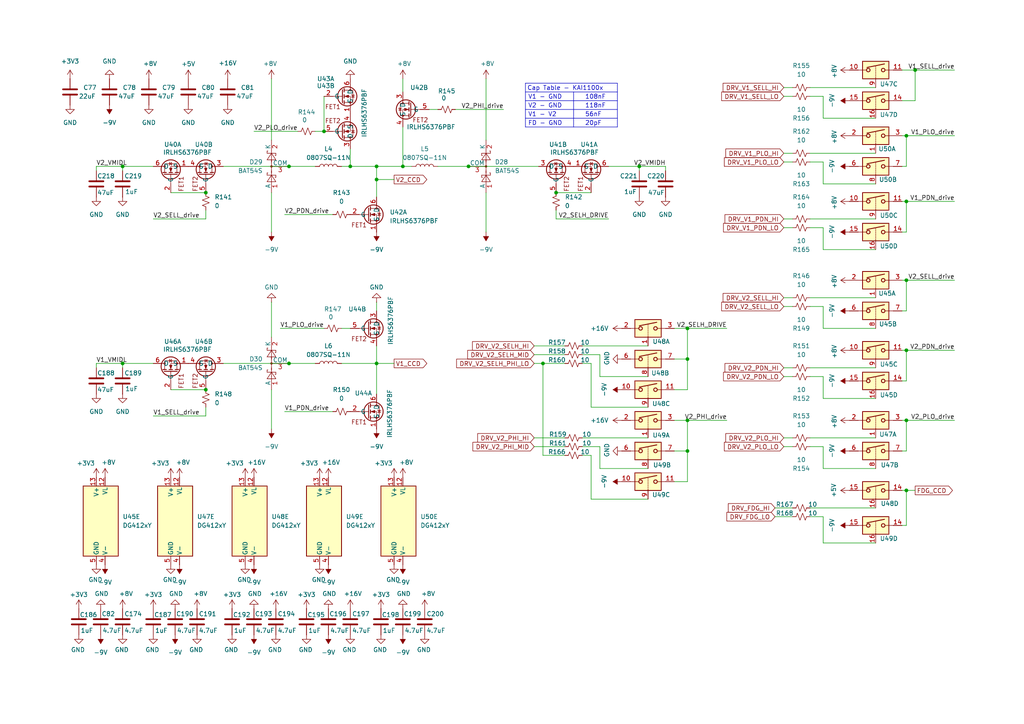
<source format=kicad_sch>
(kicad_sch (version 20231120) (generator "eeschema") (generator_version "8.0")
  (paper "A4")
  (title_block (title "Sitina 1 Sensor Board - V Adiabatic Drivers") (date "2024-03-25") (rev "R0.11") (company "Copyright 2024 Anhang Li, Wenting Zhang") (comment 2 "MERCHANTABILITY, SATISFACTORY QUALITY AND FITNESS FOR A PARTICULAR PURPOSE.") (comment 3 "This source is distributed WITHOUT ANY EXPRESS OR IMPLIED WARRANTY, INCLUDING OF") (comment 4 "This source describes Open Hardware and is licensed under the CERN-OHL-P v2."))
  (junction (at 262.89 81.28))
  (junction (at 157.48 105.41))
  (junction (at 101.6 48.26))
  (junction (at 262.89 39.37))
  (junction (at 35.56 48.26))
  (junction (at 199.39 130.81))
  (junction (at 93.98 38.1))
  (junction (at 109.22 52.07))
  (junction (at 265.43 20.32))
  (junction (at 116.84 48.26))
  (junction (at 262.89 58.42))
  (junction (at 109.22 105.41))
  (junction (at 161.29 55.88))
  (junction (at 262.89 121.92))
  (junction (at 83.82 48.26))
  (junction (at 135.89 48.26))
  (junction (at 35.56 105.41))
  (junction (at 109.22 48.26))
  (junction (at 59.69 113.03))
  (junction (at 199.39 104.14))
  (junction (at 199.39 95.25))
  (junction (at 83.82 105.41))
  (junction (at 59.69 55.88))
  (junction (at 262.89 142.24))
  (junction (at 199.39 121.92))
  (junction (at 185.42 48.26))
  (junction (at 262.89 101.6))
  (wire (pts (xy 109.22 52.07) (xy 109.22 57.15)))
  (wire (pts (xy 227.33 46.99) (xy 229.87 46.99)))
  (wire (pts (xy 78.74 22.86) (xy 78.74 40.64)))
  (wire (pts (xy 262.89 58.42) (xy 276.86 58.42)))
  (wire (pts (xy 262.89 81.28) (xy 262.89 90.17)))
  (wire (pts (xy 35.56 48.26) (xy 35.56 49.53)))
  (wire (pts (xy 227.33 106.68) (xy 229.87 106.68)))
  (wire (pts (xy 234.95 86.36) (xy 254 86.36)))
  (wire (pts (xy 227.33 86.36) (xy 229.87 86.36)))
  (wire (pts (xy 199.39 121.92) (xy 210.82 121.92)))
  (wire (pts (xy 185.42 48.26) (xy 185.42 49.53)))
  (wire (pts (xy 168.91 100.33) (xy 187.96 100.33)))
  (wire (pts (xy 44.45 63.5) (xy 59.69 63.5)))
  (polyline (pts (xy 152.4 29.21) (xy 179.07 29.21)))
  (wire (pts (xy 234.95 63.5) (xy 254 63.5)))
  (wire (pts (xy 261.62 39.37) (xy 262.89 39.37)))
  (wire (pts (xy 59.69 63.5) (xy 59.69 60.96)))
  (wire (pts (xy 99.06 105.41) (xy 109.22 105.41)))
  (wire (pts (xy 173.99 109.22) (xy 187.96 109.22)))
  (wire (pts (xy 238.76 66.04) (xy 238.76 72.39)))
  (polyline (pts (xy 179.07 24.13) (xy 179.07 36.83)))
  (wire (pts (xy 83.82 105.41) (xy 91.44 105.41)))
  (wire (pts (xy 261.62 121.92) (xy 262.89 121.92)))
  (wire (pts (xy 238.76 27.94) (xy 238.76 34.29)))
  (wire (pts (xy 227.33 44.45) (xy 229.87 44.45)))
  (wire (pts (xy 261.62 101.6) (xy 262.89 101.6)))
  (wire (pts (xy 173.99 135.89) (xy 187.96 135.89)))
  (wire (pts (xy 238.76 46.99) (xy 238.76 53.34)))
  (wire (pts (xy 168.91 132.08) (xy 171.45 132.08)))
  (wire (pts (xy 168.91 127) (xy 187.96 127)))
  (wire (pts (xy 262.89 81.28) (xy 276.86 81.28)))
  (wire (pts (xy 116.84 48.26) (xy 119.38 48.26)))
  (wire (pts (xy 224.79 147.32) (xy 229.87 147.32)))
  (wire (pts (xy 101.6 43.18) (xy 101.6 48.26)))
  (wire (pts (xy 99.06 48.26) (xy 101.6 48.26)))
  (wire (pts (xy 227.33 25.4) (xy 229.87 25.4)))
  (wire (pts (xy 187.96 144.78) (xy 171.45 144.78)))
  (wire (pts (xy 262.89 39.37) (xy 262.89 48.26)))
  (wire (pts (xy 27.94 48.26) (xy 35.56 48.26)))
  (wire (pts (xy 262.89 152.4) (xy 261.62 152.4)))
  (wire (pts (xy 154.94 102.87) (xy 163.83 102.87)))
  (wire (pts (xy 49.53 113.03) (xy 59.69 113.03)))
  (wire (pts (xy 140.97 55.88) (xy 140.97 67.31)))
  (wire (pts (xy 127 48.26) (xy 135.89 48.26)))
  (wire (pts (xy 171.45 118.11) (xy 187.96 118.11)))
  (wire (pts (xy 154.94 129.54) (xy 163.83 129.54)))
  (wire (pts (xy 195.58 121.92) (xy 199.39 121.92)))
  (wire (pts (xy 238.76 53.34) (xy 254 53.34)))
  (wire (pts (xy 234.95 44.45) (xy 254 44.45)))
  (wire (pts (xy 99.06 95.25) (xy 101.6 95.25)))
  (wire (pts (xy 199.39 139.7) (xy 199.39 130.81)))
  (wire (pts (xy 262.89 90.17) (xy 261.62 90.17)))
  (polyline (pts (xy 152.4 26.67) (xy 179.07 26.67)))
  (wire (pts (xy 109.22 48.26) (xy 116.84 48.26)))
  (wire (pts (xy 171.45 55.88) (xy 161.29 55.88)))
  (wire (pts (xy 135.89 48.26) (xy 156.21 48.26)))
  (wire (pts (xy 199.39 104.14) (xy 195.58 104.14)))
  (wire (pts (xy 109.22 100.33) (xy 109.22 105.41)))
  (wire (pts (xy 157.48 105.41) (xy 163.83 105.41)))
  (wire (pts (xy 49.53 55.88) (xy 59.69 55.88)))
  (wire (pts (xy 78.74 113.03) (xy 78.74 124.46)))
  (wire (pts (xy 116.84 36.83) (xy 116.84 48.26)))
  (wire (pts (xy 262.89 130.81) (xy 261.62 130.81)))
  (wire (pts (xy 238.76 88.9) (xy 238.76 95.25)))
  (wire (pts (xy 109.22 105.41) (xy 114.3 105.41)))
  (polyline (pts (xy 179.07 36.83) (xy 152.4 36.83)))
  (polyline (pts (xy 166.37 26.67) (xy 166.37 36.83)))
  (wire (pts (xy 83.82 48.26) (xy 91.44 48.26)))
  (wire (pts (xy 27.94 106.68) (xy 27.94 105.41)))
  (wire (pts (xy 227.33 63.5) (xy 229.87 63.5)))
  (wire (pts (xy 168.91 129.54) (xy 173.99 129.54)))
  (wire (pts (xy 234.95 129.54) (xy 238.76 129.54)))
  (wire (pts (xy 199.39 130.81) (xy 195.58 130.81)))
  (wire (pts (xy 124.46 31.75) (xy 127 31.75)))
  (wire (pts (xy 35.56 105.41) (xy 44.45 105.41)))
  (polyline (pts (xy 152.4 24.13) (xy 179.07 24.13)))
  (wire (pts (xy 227.33 129.54) (xy 229.87 129.54)))
  (wire (pts (xy 91.44 38.1) (xy 93.98 38.1)))
  (wire (pts (xy 262.89 142.24) (xy 262.89 152.4)))
  (wire (pts (xy 168.91 102.87) (xy 173.99 102.87)))
  (wire (pts (xy 261.62 58.42) (xy 262.89 58.42)))
  (wire (pts (xy 261.62 142.24) (xy 262.89 142.24)))
  (wire (pts (xy 195.58 139.7) (xy 199.39 139.7)))
  (wire (pts (xy 193.04 49.53) (xy 193.04 48.26)))
  (wire (pts (xy 154.94 100.33) (xy 163.83 100.33)))
  (wire (pts (xy 64.77 48.26) (xy 83.82 48.26)))
  (wire (pts (xy 199.39 104.14) (xy 199.39 113.03)))
  (wire (pts (xy 82.55 119.38) (xy 96.52 119.38)))
  (wire (pts (xy 116.84 22.86) (xy 116.84 26.67)))
  (wire (pts (xy 238.76 95.25) (xy 254 95.25)))
  (wire (pts (xy 199.39 95.25) (xy 199.39 104.14)))
  (wire (pts (xy 234.95 46.99) (xy 238.76 46.99)))
  (wire (pts (xy 82.55 62.23) (xy 96.52 62.23)))
  (wire (pts (xy 195.58 113.03) (xy 199.39 113.03)))
  (wire (pts (xy 265.43 20.32) (xy 276.86 20.32)))
  (wire (pts (xy 262.89 67.31) (xy 261.62 67.31)))
  (wire (pts (xy 101.6 48.26) (xy 109.22 48.26)))
  (polyline (pts (xy 152.4 31.75) (xy 179.07 31.75)))
  (wire (pts (xy 227.33 66.04) (xy 229.87 66.04)))
  (wire (pts (xy 171.45 132.08) (xy 171.45 144.78)))
  (wire (pts (xy 154.94 127) (xy 163.83 127)))
  (wire (pts (xy 173.99 102.87) (xy 173.99 109.22)))
  (wire (pts (xy 262.89 101.6) (xy 262.89 110.49)))
  (wire (pts (xy 86.36 38.1) (xy 73.66 38.1)))
  (wire (pts (xy 132.08 31.75) (xy 146.05 31.75)))
  (wire (pts (xy 163.83 132.08) (xy 157.48 132.08)))
  (wire (pts (xy 262.89 101.6) (xy 276.86 101.6)))
  (wire (pts (xy 27.94 49.53) (xy 27.94 48.26)))
  (wire (pts (xy 238.76 34.29) (xy 254 34.29)))
  (wire (pts (xy 234.95 149.86) (xy 238.76 149.86)))
  (wire (pts (xy 262.89 58.42) (xy 262.89 67.31)))
  (wire (pts (xy 44.45 120.65) (xy 59.69 120.65)))
  (wire (pts (xy 234.95 109.22) (xy 238.76 109.22)))
  (wire (pts (xy 27.94 105.41) (xy 35.56 105.41)))
  (polyline (pts (xy 152.4 34.29) (xy 179.07 34.29)))
  (wire (pts (xy 140.97 22.86) (xy 140.97 40.64)))
  (wire (pts (xy 238.76 157.48) (xy 254 157.48)))
  (wire (pts (xy 238.76 115.57) (xy 254 115.57)))
  (wire (pts (xy 185.42 48.26) (xy 176.53 48.26)))
  (wire (pts (xy 262.89 121.92) (xy 276.86 121.92)))
  (wire (pts (xy 157.48 105.41) (xy 157.48 132.08)))
  (wire (pts (xy 227.33 88.9) (xy 229.87 88.9)))
  (wire (pts (xy 234.95 147.32) (xy 254 147.32)))
  (wire (pts (xy 265.43 29.21) (xy 261.62 29.21)))
  (wire (pts (xy 199.39 121.92) (xy 199.39 130.81)))
  (wire (pts (xy 59.69 120.65) (xy 59.69 118.11)))
  (wire (pts (xy 161.29 63.5) (xy 161.29 60.96)))
  (wire (pts (xy 173.99 129.54) (xy 173.99 135.89)))
  (wire (pts (xy 93.98 27.94) (xy 93.98 38.1)))
  (wire (pts (xy 109.22 87.63) (xy 109.22 90.17)))
  (wire (pts (xy 227.33 27.94) (xy 229.87 27.94)))
  (polyline (pts (xy 152.4 24.13) (xy 152.4 36.83)))
  (wire (pts (xy 227.33 109.22) (xy 229.87 109.22)))
  (wire (pts (xy 234.95 127) (xy 254 127)))
  (wire (pts (xy 176.53 63.5) (xy 161.29 63.5)))
  (wire (pts (xy 195.58 95.25) (xy 199.39 95.25)))
  (wire (pts (xy 227.33 127) (xy 229.87 127)))
  (wire (pts (xy 262.89 48.26) (xy 261.62 48.26)))
  (wire (pts (xy 64.77 105.41) (xy 83.82 105.41)))
  (wire (pts (xy 238.76 129.54) (xy 238.76 135.89)))
  (wire (pts (xy 199.39 95.25) (xy 210.82 95.25)))
  (wire (pts (xy 193.04 48.26) (xy 185.42 48.26)))
  (wire (pts (xy 109.22 48.26) (xy 109.22 52.07)))
  (wire (pts (xy 262.89 110.49) (xy 261.62 110.49)))
  (wire (pts (xy 261.62 81.28) (xy 262.89 81.28)))
  (wire (pts (xy 154.94 105.41) (xy 157.48 105.41)))
  (wire (pts (xy 234.95 25.4) (xy 254 25.4)))
  (wire (pts (xy 168.91 105.41) (xy 171.45 105.41)))
  (wire (pts (xy 109.22 105.41) (xy 109.22 114.3)))
  (wire (pts (xy 171.45 105.41) (xy 171.45 118.11)))
  (wire (pts (xy 262.89 121.92) (xy 262.89 130.81)))
  (wire (pts (xy 238.76 135.89) (xy 254 135.89)))
  (wire (pts (xy 109.22 52.07) (xy 114.3 52.07)))
  (wire (pts (xy 224.79 149.86) (xy 229.87 149.86)))
  (wire (pts (xy 234.95 88.9) (xy 238.76 88.9)))
  (wire (pts (xy 262.89 39.37) (xy 276.86 39.37)))
  (wire (pts (xy 35.56 48.26) (xy 44.45 48.26)))
  (wire (pts (xy 78.74 87.63) (xy 78.74 97.79)))
  (wire (pts (xy 78.74 55.88) (xy 78.74 67.31)))
  (wire (pts (xy 262.89 142.24) (xy 265.43 142.24)))
  (wire (pts (xy 234.95 27.94) (xy 238.76 27.94)))
  (wire (pts (xy 238.76 72.39) (xy 254 72.39)))
  (wire (pts (xy 234.95 66.04) (xy 238.76 66.04)))
  (wire (pts (xy 238.76 109.22) (xy 238.76 115.57)))
  (wire (pts (xy 93.98 95.25) (xy 81.28 95.25)))
  (wire (pts (xy 234.95 106.68) (xy 254 106.68)))
  (wire (pts (xy 35.56 105.41) (xy 35.56 106.68)))
  (wire (pts (xy 265.43 20.32) (xy 265.43 29.21)))
  (wire (pts (xy 261.62 20.32) (xy 265.43 20.32)))
  (wire (pts (xy 238.76 149.86) (xy 238.76 157.48)))
  (text "118nF" (at 169.672 31.496 0) (effects (font (size 1.27 1.27)) (justify left bottom)))
  (text "V1 - V2" (at 153.162 34.036 0) (effects (font (size 1.27 1.27)) (justify left bottom)))
  (text "Cap Table - KAI1100x" (at 152.908 26.416 0) (effects (font (size 1.27 1.27)) (justify left bottom)))
  (text "108nF" (at 169.672 28.956 0) (effects (font (size 1.27 1.27)) (justify left bottom)))
  (text "FD - GND" (at 153.162 36.576 0) (effects (font (size 1.27 1.27)) (justify left bottom)))
  (text "56nF" (at 169.672 34.036 0) (effects (font (size 1.27 1.27)) (justify left bottom)))
  (text "V2 - GND" (at 153.162 31.496 0) (effects (font (size 1.27 1.27)) (justify left bottom)))
  (text "20pF" (at 169.672 36.576 0) (effects (font (size 1.27 1.27)) (justify left bottom)))
  (text "V1 - GND" (at 153.162 28.956 0) (effects (font (size 1.27 1.27)) (justify left bottom)))
  (label "V1_SELL_drive" (at 276.86 20.32 180))
  (label "V1_PLO_drive" (at 81.28 95.25 0))
  (label "V1_PDN_drive" (at 276.86 58.42 180))
  (label "V1_SELL_drive" (at 44.45 120.65 0))
  (label "V2_SELH_DRIVE" (at 210.82 95.25 180))
  (label "V2_SELH_DRIVE" (at 176.53 63.5 180))
  (label "V1_VMIDL" (at 27.94 105.41 0))
  (label "V2_SELL_drive" (at 276.86 81.28 180))
  (label "V2_PDN_drive" (at 276.86 101.6 180))
  (label "V2_PHI_drive" (at 146.05 31.75 180))
  (label "V2_PHI_drive" (at 210.82 121.92 180))
  (label "V2_VMIDL" (at 27.94 48.26 0))
  (label "V2_PLO_drive" (at 276.86 121.92 180))
  (label "V2_SELL_drive" (at 44.45 63.5 0))
  (label "V1_PDN_drive" (at 82.55 119.38 0))
  (label "V2_PDN_drive" (at 82.55 62.23 0))
  (label "V2_VMIDH" (at 193.04 48.26 180))
  (label "V2_PLO_drive" (at 73.66 38.1 0))
  (label "V1_PLO_drive" (at 276.86 39.37 180))
  (global_label "DRV_V2_PHI_MID" (shape input) (at 154.94 129.54 180) (property "Intersheetrefs" "${INTERSHEET_REFS}" (effects (hide yes))))
  (global_label "DRV_V2_SELL_LO" (shape input) (at 227.33 88.9 180) (property "Intersheetrefs" "${INTERSHEET_REFS}" (effects (hide yes))))
  (global_label "DRV_V1_PLO_LO" (shape input) (at 227.33 46.99 180) (property "Intersheetrefs" "${INTERSHEET_REFS}" (effects (hide yes))))
  (global_label "DRV_V2_SELH_MID" (shape input) (at 154.94 102.87 180) (property "Intersheetrefs" "${INTERSHEET_REFS}" (effects (hide yes))))
  (global_label "DRV_V2_PDN_LO" (shape input) (at 227.33 109.22 180) (property "Intersheetrefs" "${INTERSHEET_REFS}" (effects (hide yes))))
  (global_label "DRV_FDG_HI" (shape input) (at 224.79 147.32 180) (property "Intersheetrefs" "${INTERSHEET_REFS}" (effects (hide yes))))
  (global_label "DRV_V2_PLO_LO" (shape input) (at 227.33 129.54 180) (property "Intersheetrefs" "${INTERSHEET_REFS}" (effects (hide yes))))
  (global_label "DRV_V2_SELL_HI" (shape input) (at 227.33 86.36 180) (property "Intersheetrefs" "${INTERSHEET_REFS}" (effects (hide yes))))
  (global_label "DRV_FDG_LO" (shape input) (at 224.79 149.86 180) (property "Intersheetrefs" "${INTERSHEET_REFS}" (effects (hide yes))))
  (global_label "DRV_V2_PHI_HI" (shape input) (at 154.94 127 180) (property "Intersheetrefs" "${INTERSHEET_REFS}" (effects (hide yes))))
  (global_label "DRV_V2_SELH_PHI_LO" (shape input) (at 154.94 105.41 180) (property "Intersheetrefs" "${INTERSHEET_REFS}" (effects (hide yes))))
  (global_label "DRV_V2_PDN_HI" (shape input) (at 227.33 106.68 180) (property "Intersheetrefs" "${INTERSHEET_REFS}" (effects (hide yes))))
  (global_label "DRV_V1_PDN_LO" (shape input) (at 227.33 66.04 180) (property "Intersheetrefs" "${INTERSHEET_REFS}" (effects (hide yes))))
  (global_label "V2_CCD" (shape output) (at 114.3 52.07 0) (property "Intersheetrefs" "${INTERSHEET_REFS}" (effects (hide yes))))
  (global_label "DRV_V1_PLO_HI" (shape input) (at 227.33 44.45 180) (property "Intersheetrefs" "${INTERSHEET_REFS}" (effects (hide yes))))
  (global_label "DRV_V2_PLO_HI" (shape input) (at 227.33 127 180) (property "Intersheetrefs" "${INTERSHEET_REFS}" (effects (hide yes))))
  (global_label "V1_CCD" (shape output) (at 114.3 105.41 0) (property "Intersheetrefs" "${INTERSHEET_REFS}" (effects (hide yes))))
  (global_label "DRV_V1_SELL_HI" (shape input) (at 227.33 25.4 180) (property "Intersheetrefs" "${INTERSHEET_REFS}" (effects (hide yes))))
  (global_label "DRV_V1_PDN_HI" (shape input) (at 227.33 63.5 180) (property "Intersheetrefs" "${INTERSHEET_REFS}" (effects (hide yes))))
  (global_label "FDG_CCD" (shape output) (at 265.43 142.24 0) (property "Intersheetrefs" "${INTERSHEET_REFS}" (effects (hide yes))))
  (global_label "DRV_V1_SELL_LO" (shape input) (at 227.33 27.94 180) (property "Intersheetrefs" "${INTERSHEET_REFS}" (effects (hide yes))))
  (global_label "DRV_V2_SELH_HI" (shape input) (at 154.94 100.33 180) (property "Intersheetrefs" "${INTERSHEET_REFS}" (effects (hide yes))))
  (symbol (lib_id "Analog_Switch:DG412xY") (at 254 142.24 0) (unit 4)
    (property "Reference" "U48" (at 258.064 146.05 0))
    (property "Value" "DG412xY" (effects (hide yes)))
    (property "Footprint" "Package_SO:SOIC-16_3.9x9.9mm_P1.27mm" (effects (hide yes)))
    (property "Datasheet" "https://datasheets.maximintegrated.com/en/ds/DG411-DG413.pdf" (effects (hide yes)))
    (property "Description" "Quad SPST Monolithic CMOS Analog Switches, normally OFF, 17Ohm Ron, SOIC-16" (effects (hide yes)))
  )
  (symbol (lib_name "GND_1") (lib_id "power:GND") (at 27.94 57.15 0) (unit 1)
    (property "Reference" "#PWR0333" (effects (hide yes)))
    (property "Value" "GND" (at 27.94 62.23 0))
    (property "Description" "Power symbol creates a global label with name \"GND\" , ground" (effects (hide yes)))
  )
  (symbol (lib_id "Device:C") (at 35.56 180.34 180) (unit 1)
    (property "Reference" "C174" (at 36.068 178.054 0) (effects (justify right)))
    (property "Value" "4.7uF" (at 36.068 182.88 0) (effects (justify right)))
    (property "Footprint" "Capacitor_SMD:C_0603_1608Metric" (effects (hide yes)))
  )
  (symbol (lib_id "Device:R_Small_US") (at 232.41 147.32 90) (unit 1)
    (property "Reference" "R167" (at 227.584 146.304 90))
    (property "Value" "10" (at 235.712 146.304 90))
    (property "Footprint" "Resistor_SMD:R_0402_1005Metric" (effects (hide yes)))
    (property "Description" "Resistor, small US symbol" (effects (hide yes)))
  )
  (symbol (lib_id "power:GND") (at 22.86 184.15 0) (mirror y) (unit 1)
    (property "Reference" "#PWR0296" (effects (hide yes)))
    (property "Value" "GND" (at 22.606 188.468 0))
  )
  (symbol (lib_id "Device:C") (at 20.32 26.67 180) (unit 1)
    (property "Reference" "C77" (at 24.13 25.4 0) (effects (justify right)))
    (property "Value" "22uF" (at 22.86 27.94 0) (effects (justify right)))
    (property "Footprint" "Capacitor_SMD:C_0805_2012Metric" (effects (hide yes)))
  )
  (symbol (lib_id "power:+3V3") (at 67.31 176.53 0) (unit 1)
    (property "Reference" "#PWR0322" (effects (hide yes)))
    (property "Value" "+3V3" (at 67.31 172.466 0))
    (property "Description" "Power symbol creates a global label with name \"+3V3\"" (effects (hide yes)))
  )
  (symbol (lib_id "power:+8V") (at 246.38 81.28 90) (mirror x) (unit 1)
    (property "Reference" "#PWR0312" (effects (hide yes)))
    (property "Value" "+8V" (at 241.9858 81.661 0))
  )
  (symbol (lib_id "Device:C") (at 123.19 180.34 180) (unit 1)
    (property "Reference" "C200" (at 123.698 178.054 0) (effects (justify right)))
    (property "Value" "4.7uF" (at 123.698 182.88 0) (effects (justify right)))
    (property "Footprint" "Capacitor_SMD:C_0603_1608Metric" (effects (hide yes)))
  )
  (symbol (lib_id "Device:C") (at 67.31 180.34 180) (unit 1)
    (property "Reference" "C192" (at 67.564 178.308 0) (effects (justify right)))
    (property "Value" "1uF" (at 67.818 182.88 0) (effects (justify right)))
    (property "Footprint" "Capacitor_SMD:C_0402_1005Metric" (effects (hide yes)))
  )
  (symbol (lib_id "Analog_Switch:DG412xY") (at 187.96 130.81 0) (unit 2)
    (property "Reference" "U49" (at 192.024 134.874 0))
    (property "Value" "DG412xY" (effects (hide yes)))
    (property "Footprint" "Package_SO:SOIC-16_3.9x9.9mm_P1.27mm" (effects (hide yes)))
    (property "Datasheet" "https://datasheets.maximintegrated.com/en/ds/DG411-DG413.pdf" (effects (hide yes)))
    (property "Description" "Quad SPST Monolithic CMOS Analog Switches, normally OFF, 17Ohm Ron, SOIC-16" (effects (hide yes)))
  )
  (symbol (lib_id "power:+8V") (at 78.74 22.86 0) (mirror y) (unit 1)
    (property "Reference" "#PWR0305" (effects (hide yes)))
    (property "Value" "+8V" (at 78.359 18.4658 0))
  )
  (symbol (lib_id "power:GND") (at 80.01 184.15 0) (mirror y) (unit 1)
    (property "Reference" "#PWR0321" (effects (hide yes)))
    (property "Value" "GND" (at 79.756 188.468 0))
  )
  (symbol (lib_id "Device:R_Small_US") (at 232.41 46.99 270) (unit 1)
    (property "Reference" "R163" (at 232.41 53.34 90))
    (property "Value" "10" (at 232.41 50.8 90))
    (property "Footprint" "Resistor_SMD:R_0402_1005Metric" (effects (hide yes)))
    (property "Description" "Resistor, small US symbol" (effects (hide yes)))
  )
  (symbol (lib_id "AL_common:IRLHS6376PBF") (at 109.22 95.25 0) (unit 2)
    (property "Reference" "U44" (at 103.632 89.662 0))
    (property "Value" "IRLHS6376PBF" (at 113.284 92.964 90))
    (property "Footprint" "Package_DFN_QFN:DFN-6-1EP_2x2mm_P0.65mm_EP1.01x1.7mm" (effects (hide yes)))
    (property "Datasheet" "https://www.infineon.com/dgdl/irlhs6376pbf.pdf?fileId=5546d462533600a401535663bef425af" (effects (hide yes)))
    (property "Description" "IRF HEXFET Power NMOS pair" (effects (hide yes)))
  )
  (symbol (lib_id "Device:C") (at 44.45 180.34 180) (unit 1)
    (property "Reference" "C187" (at 44.704 178.308 0) (effects (justify right)))
    (property "Value" "1uF" (at 44.958 182.88 0) (effects (justify right)))
    (property "Footprint" "Capacitor_SMD:C_0402_1005Metric" (effects (hide yes)))
  )
  (symbol (lib_id "Diode:BAT54S") (at 78.74 48.26 90) (unit 1)
    (property "Reference" "D29" (at 76.2 46.99 90) (effects (justify left)))
    (property "Value" "BAT54S" (at 76.2 49.53 90) (effects (justify left)))
    (property "Footprint" "Package_TO_SOT_SMD:SOT-23" (effects (hide yes)))
    (property "Datasheet" "https://www.diodes.com/assets/Datasheets/ds11005.pdf" (effects (hide yes)))
  )
  (symbol (lib_id "symbols:+16V") (at 180.34 121.92 90) (unit 1)
    (property "Reference" "#PWR0359" (effects (hide yes)))
    (property "Value" "+16V" (at 176.53 121.9199 90) (effects (justify left)))
  )
  (symbol (lib_id "symbols:+16V") (at 180.34 95.25 90) (unit 1)
    (property "Reference" "#PWR0354" (effects (hide yes)))
    (property "Value" "+16V" (at 176.53 95.2499 90) (effects (justify left)))
  )
  (symbol (lib_id "Analog_Switch:DG412xY") (at 254 29.21 0) (unit 4)
    (property "Reference" "U47" (at 257.81 33.274 0))
    (property "Value" "DG412xY" (effects (hide yes)))
    (property "Footprint" "Package_SO:SOIC-16_3.9x9.9mm_P1.27mm" (effects (hide yes)))
    (property "Datasheet" "https://datasheets.maximintegrated.com/en/ds/DG411-DG413.pdf" (effects (hide yes)))
    (property "Description" "Quad SPST Monolithic CMOS Analog Switches, normally OFF, 17Ohm Ron, SOIC-16" (effects (hide yes)))
  )
  (symbol (lib_id "Analog_Switch:DG412xY") (at 187.96 104.14 0) (unit 2)
    (property "Reference" "U48" (at 191.516 108.204 0))
    (property "Value" "DG412xY" (effects (hide yes)))
    (property "Footprint" "Package_SO:SOIC-16_3.9x9.9mm_P1.27mm" (effects (hide yes)))
    (property "Datasheet" "https://datasheets.maximintegrated.com/en/ds/DG411-DG413.pdf" (effects (hide yes)))
    (property "Description" "Quad SPST Monolithic CMOS Analog Switches, normally OFF, 17Ohm Ron, SOIC-16" (effects (hide yes)))
  )
  (symbol (lib_id "power:GND") (at 35.56 184.15 0) (mirror y) (unit 1)
    (property "Reference" "#PWR0173" (effects (hide yes)))
    (property "Value" "GND" (at 35.306 188.468 0))
  )
  (symbol (lib_id "power:+3V3") (at 27.94 138.43 0) (unit 1)
    (property "Reference" "#PWR0342" (effects (hide yes)))
    (property "Value" "+3V3" (at 24.892 134.366 0))
    (property "Description" "Power symbol creates a global label with name \"+3V3\"" (effects (hide yes)))
  )
  (symbol (lib_id "power:+3V3") (at 114.3 138.43 0) (unit 1)
    (property "Reference" "#PWR0374" (effects (hide yes)))
    (property "Value" "+3V3" (at 111.252 134.366 0))
    (property "Description" "Power symbol creates a global label with name \"+3V3\"" (effects (hide yes)))
  )
  (symbol (lib_id "power:+8V") (at 246.38 20.32 90) (mirror x) (unit 1)
    (property "Reference" "#PWR0352" (effects (hide yes)))
    (property "Value" "+8V" (at 241.9858 20.701 0))
  )
  (symbol (lib_id "power:+8V") (at 52.07 138.43 0) (mirror y) (unit 1)
    (property "Reference" "#PWR0347" (effects (hide yes)))
    (property "Value" "+8V" (at 53.086 134.112 0))
  )
  (symbol (lib_id "symbols:+16V") (at 66.04 22.86 0) (unit 1)
    (property "Reference" "#PWR0378" (effects (hide yes)))
    (property "Value" "+16V" (at 66.04 18.288 0))
  )
  (symbol (lib_id "Diode:BAT54S") (at 78.74 105.41 90) (unit 1)
    (property "Reference" "D30" (at 76.2 104.14 90) (effects (justify left)))
    (property "Value" "BAT54S" (at 76.2 106.68 90) (effects (justify left)))
    (property "Footprint" "Package_TO_SOT_SMD:SOT-23" (effects (hide yes)))
    (property "Datasheet" "https://www.diodes.com/assets/Datasheets/ds11005.pdf" (effects (hide yes)))
  )
  (symbol (lib_id "symbols:+16V") (at 73.66 138.43 0) (unit 1)
    (property "Reference" "#PWR0357" (effects (hide yes)))
    (property "Value" "+16V" (at 74.422 134.112 0))
  )
  (symbol (lib_name "GND_1") (lib_id "power:GND") (at 78.74 87.63 180) (unit 1)
    (property "Reference" "#PWR0309" (effects (hide yes)))
    (property "Value" "GND" (at 78.74 83.312 0))
    (property "Description" "Power symbol creates a global label with name \"GND\" , ground" (effects (hide yes)))
  )
  (symbol (lib_id "power:-9V") (at 180.34 139.7 90) (mirror x) (unit 1)
    (property "Reference" "#PWR0363" (effects (hide yes)))
    (property "Value" "-9V" (at 175.26 139.7 0))
  )
  (symbol (lib_id "power:-9V") (at 73.66 184.15 180) (unit 1)
    (property "Reference" "#PWR0320" (effects (hide yes)))
    (property "Value" "-9V" (at 73.66 189.23 0))
  )
  (symbol (lib_name "GND_1") (lib_id "power:GND") (at 101.6 22.86 180) (unit 1)
    (property "Reference" "#PWR0339" (effects (hide yes)))
    (property "Value" "GND" (at 101.6 17.78 0))
    (property "Description" "Power symbol creates a global label with name \"GND\" , ground" (effects (hide yes)))
  )
  (symbol (lib_id "Device:C") (at 35.56 53.34 0) (unit 1)
    (property "Reference" "C219" (at 36.068 51.054 0) (effects (justify left)))
    (property "Value" "1uF" (at 36.322 55.626 0) (effects (justify left)))
    (property "Footprint" "Capacitor_SMD:C_0603_1608Metric" (effects (hide yes)))
    (property "Description" "Unpolarized capacitor" (effects (hide yes)))
  )
  (symbol (lib_id "power:-9V") (at 116.84 163.83 180) (unit 1)
    (property "Reference" "#PWR0377" (effects (hide yes)))
    (property "Value" "-9V" (at 116.84 168.91 0))
  )
  (symbol (lib_id "Analog_Switch:DG412xY") (at 71.12 151.13 0) (unit 5)
    (property "Reference" "U48" (at 78.74 149.8599 0) (effects (justify left)))
    (property "Value" "DG412xY" (at 78.74 152.3999 0) (effects (justify left)))
    (property "Footprint" "Package_SO:SOIC-16_3.9x9.9mm_P1.27mm" (effects (hide yes)))
    (property "Datasheet" "https://datasheets.maximintegrated.com/en/ds/DG411-DG413.pdf" (effects (hide yes)))
    (property "Description" "Quad SPST Monolithic CMOS Analog Switches, normally OFF, 17Ohm Ron, SOIC-16" (effects (hide yes)))
  )
  (symbol (lib_id "power:+3V3") (at 44.45 176.53 0) (unit 1)
    (property "Reference" "#PWR0316" (effects (hide yes)))
    (property "Value" "+3V3" (at 44.45 172.466 0))
    (property "Description" "Power symbol creates a global label with name \"+3V3\"" (effects (hide yes)))
  )
  (symbol (lib_id "Device:R_Small_US") (at 232.41 149.86 270) (unit 1)
    (property "Reference" "R168" (at 227.584 148.844 90))
    (property "Value" "10" (at 235.712 148.844 90))
    (property "Footprint" "Resistor_SMD:R_0402_1005Metric" (effects (hide yes)))
    (property "Description" "Resistor, small US symbol" (effects (hide yes)))
  )
  (symbol (lib_id "Analog_Switch:DG412xY") (at 27.94 151.13 0) (unit 5)
    (property "Reference" "U45" (at 35.56 149.8599 0) (effects (justify left)))
    (property "Value" "DG412xY" (at 35.56 152.3999 0) (effects (justify left)))
    (property "Footprint" "Package_SO:SOIC-16_3.9x9.9mm_P1.27mm" (effects (hide yes)))
    (property "Datasheet" "https://datasheets.maximintegrated.com/en/ds/DG411-DG413.pdf" (effects (hide yes)))
    (property "Description" "Quad SPST Monolithic CMOS Analog Switches, normally OFF, 17Ohm Ron, SOIC-16" (effects (hide yes)))
  )
  (symbol (lib_id "Device:L") (at 95.25 105.41 90) (unit 1)
    (property "Reference" "L6" (at 95.25 100.33 90))
    (property "Value" "0807SQ-11N" (at 95.25 102.87 90))
    (property "Footprint" "AL_common:Coilcraft_0807SQ-11N" (effects (hide yes)))
    (property "Description" "Coilcraft SQ Series Aircore Inductor" (effects (hide yes)))
  )
  (symbol (lib_id "Device:C") (at 54.61 26.67 180) (unit 1)
    (property "Reference" "C80" (at 58.42 25.4 0) (effects (justify right)))
    (property "Value" "47uF" (at 57.15 27.94 0) (effects (justify right)))
    (property "Footprint" "Capacitor_SMD:C_0805_2012Metric" (effects (hide yes)))
  )
  (symbol (lib_id "power:+8V") (at 246.38 121.92 90) (mirror x) (unit 1)
    (property "Reference" "#PWR0350" (effects (hide yes)))
    (property "Value" "+8V" (at 241.9858 122.301 0))
  )
  (symbol (lib_id "power:+8V") (at 116.84 22.86 0) (unit 1)
    (property "Reference" "#PWR0337" (effects (hide yes)))
    (property "Value" "+8V" (at 117.221 18.4658 0))
  )
  (symbol (lib_id "power:+5V") (at 246.38 142.24 90) (unit 1)
    (property "Reference" "#PWR0368" (effects (hide yes)))
    (property "Value" "+5V" (at 241.808 144.272 0) (effects (justify left)))
  )
  (symbol (lib_id "Device:R_Small_US") (at 232.41 127 90) (unit 1)
    (property "Reference" "R153" (at 232.41 120.65 90))
    (property "Value" "10" (at 232.41 123.19 90))
    (property "Footprint" "Resistor_SMD:R_0402_1005Metric" (effects (hide yes)))
    (property "Description" "Resistor, small US symbol" (effects (hide yes)))
  )
  (symbol (lib_id "AL_common:IRLHS6376PBF") (at 161.29 48.26 90) (unit 2)
    (property "Reference" "U41" (at 161.8643 41.91 90))
    (property "Value" "IRLHS6376PBF" (at 166.624 44.196 90))
    (property "Footprint" "Package_DFN_QFN:DFN-6-1EP_2x2mm_P0.65mm_EP1.01x1.7mm" (effects (hide yes)))
    (property "Datasheet" "https://www.infineon.com/dgdl/irlhs6376pbf.pdf?fileId=5546d462533600a401535663bef425af" (effects (hide yes)))
    (property "Description" "IRF HEXFET Power NMOS pair" (effects (hide yes)))
  )
  (symbol (lib_id "Device:C") (at 31.75 26.67 180) (unit 1)
    (property "Reference" "C78" (at 35.56 25.4 0) (effects (justify right)))
    (property "Value" "47uF" (at 34.29 27.94 0) (effects (justify right)))
    (property "Footprint" "Capacitor_SMD:C_0805_2012Metric" (effects (hide yes)))
  )
  (symbol (lib_id "symbols:+16V") (at 101.6 176.53 0) (unit 1)
    (property "Reference" "#PWR0324" (effects (hide yes)))
    (property "Value" "+16V" (at 102.362 172.212 0))
  )
  (symbol (lib_id "Device:L") (at 95.25 48.26 90) (unit 1)
    (property "Reference" "L4" (at 95.25 43.18 90))
    (property "Value" "0807SQ-11N" (at 95.25 45.72 90))
    (property "Footprint" "AL_common:Coilcraft_0807SQ-11N" (effects (hide yes)))
    (property "Description" "Coilcraft SQ Series Aircore Inductor" (effects (hide yes)))
  )
  (symbol (lib_id "Device:C") (at 57.15 180.34 180) (unit 1)
    (property "Reference" "C191" (at 57.658 178.054 0) (effects (justify right)))
    (property "Value" "4.7uF" (at 57.658 182.88 0) (effects (justify right)))
    (property "Footprint" "Capacitor_SMD:C_0603_1608Metric" (effects (hide yes)))
  )
  (symbol (lib_id "AL_common:IRLHS6376PBF") (at 101.6 27.94 0) (unit 1)
    (property "Reference" "U43" (at 94.488 22.86 0))
    (property "Value" "IRLHS6376PBF" (effects (hide yes)))
    (property "Footprint" "Package_DFN_QFN:DFN-6-1EP_2x2mm_P0.65mm_EP1.01x1.7mm" (effects (hide yes)))
    (property "Datasheet" "https://www.infineon.com/dgdl/irlhs6376pbf.pdf?fileId=5546d462533600a401535663bef425af" (effects (hide yes)))
    (property "Description" "IRF HEXFET Power NMOS pair" (effects (hide yes)))
  )
  (symbol (lib_id "Device:R_Small_US") (at 232.41 63.5 90) (unit 1)
    (property "Reference" "R164" (at 232.41 57.15 90))
    (property "Value" "10" (at 232.41 59.69 90))
    (property "Footprint" "Resistor_SMD:R_0402_1005Metric" (effects (hide yes)))
    (property "Description" "Resistor, small US symbol" (effects (hide yes)))
  )
  (symbol (lib_id "power:-9V") (at 246.38 48.26 90) (mirror x) (unit 1)
    (property "Reference" "#PWR0371" (effects (hide yes)))
    (property "Value" "-9V" (at 241.3 48.26 0))
  )
  (symbol (lib_id "Analog_Switch:DG412xY") (at 254 121.92 0) (unit 1)
    (property "Reference" "U47" (at 257.556 125.984 0))
    (property "Value" "DG412xY" (effects (hide yes)))
    (property "Footprint" "Package_SO:SOIC-16_3.9x9.9mm_P1.27mm" (effects (hide yes)))
    (property "Datasheet" "https://datasheets.maximintegrated.com/en/ds/DG411-DG413.pdf" (effects (hide yes)))
    (property "Description" "Quad SPST Monolithic CMOS Analog Switches, normally OFF, 17Ohm Ron, SOIC-16" (effects (hide yes)))
  )
  (symbol (lib_id "AL_common:IRLHS6376PBF") (at 109.22 119.38 0) (unit 1)
    (property "Reference" "U44" (at 105.41 114.046 0))
    (property "Value" "IRLHS6376PBF" (at 113.03 119.9543 90))
    (property "Footprint" "Package_DFN_QFN:DFN-6-1EP_2x2mm_P0.65mm_EP1.01x1.7mm" (effects (hide yes)))
    (property "Datasheet" "https://www.infineon.com/dgdl/irlhs6376pbf.pdf?fileId=5546d462533600a401535663bef425af" (effects (hide yes)))
    (property "Description" "IRF HEXFET Power NMOS pair" (effects (hide yes)))
  )
  (symbol (lib_id "power:GND") (at 123.19 184.15 0) (mirror y) (unit 1)
    (property "Reference" "#PWR0380" (effects (hide yes)))
    (property "Value" "GND" (at 122.936 188.468 0))
  )
  (symbol (lib_id "power:GND") (at 88.9 184.15 0) (mirror y) (unit 1)
    (property "Reference" "#PWR0319" (effects (hide yes)))
    (property "Value" "GND" (at 88.646 188.468 0))
  )
  (symbol (lib_id "Device:C") (at 110.49 180.34 180) (unit 1)
    (property "Reference" "C198" (at 110.744 178.308 0) (effects (justify right)))
    (property "Value" "1uF" (at 110.998 182.88 0) (effects (justify right)))
    (property "Footprint" "Capacitor_SMD:C_0402_1005Metric" (effects (hide yes)))
  )
  (symbol (lib_id "Device:R_Small_US") (at 166.37 132.08 270) (unit 1)
    (property "Reference" "R166" (at 161.544 131.064 90))
    (property "Value" "10" (at 169.672 131.064 90))
    (property "Footprint" "Resistor_SMD:R_0402_1005Metric" (effects (hide yes)))
    (property "Description" "Resistor, small US symbol" (effects (hide yes)))
  )
  (symbol (lib_id "Analog_Switch:DG412xY") (at 187.96 113.03 0) (unit 3)
    (property "Reference" "U48" (at 191.77 117.094 0))
    (property "Value" "DG412xY" (effects (hide yes)))
    (property "Footprint" "Package_SO:SOIC-16_3.9x9.9mm_P1.27mm" (effects (hide yes)))
    (property "Datasheet" "https://datasheets.maximintegrated.com/en/ds/DG411-DG413.pdf" (effects (hide yes)))
    (property "Description" "Quad SPST Monolithic CMOS Analog Switches, normally OFF, 17Ohm Ron, SOIC-16" (effects (hide yes)))
  )
  (symbol (lib_id "Device:R_Small_US") (at 166.37 102.87 270) (unit 1)
    (property "Reference" "R158" (at 161.544 101.854 90))
    (property "Value" "10" (at 169.672 101.854 90))
    (property "Footprint" "Resistor_SMD:R_0402_1005Metric" (effects (hide yes)))
    (property "Description" "Resistor, small US symbol" (effects (hide yes)))
  )
  (symbol (lib_id "AL_common:IRLHS6376PBF") (at 171.45 48.26 270) (mirror x) (unit 1)
    (property "Reference" "U41" (at 170.8757 41.91 90))
    (property "Value" "IRLHS6376PBF" (effects (hide yes)))
    (property "Footprint" "Package_DFN_QFN:DFN-6-1EP_2x2mm_P0.65mm_EP1.01x1.7mm" (effects (hide yes)))
    (property "Datasheet" "https://www.infineon.com/dgdl/irlhs6376pbf.pdf?fileId=5546d462533600a401535663bef425af" (effects (hide yes)))
    (property "Description" "IRF HEXFET Power NMOS pair" (effects (hide yes)))
  )
  (symbol (lib_id "Analog_Switch:DG412xY") (at 254 152.4 0) (unit 4)
    (property "Reference" "U49" (at 257.81 156.21 0))
    (property "Value" "DG412xY" (effects (hide yes)))
    (property "Footprint" "Package_SO:SOIC-16_3.9x9.9mm_P1.27mm" (effects (hide yes)))
    (property "Datasheet" "https://datasheets.maximintegrated.com/en/ds/DG411-DG413.pdf" (effects (hide yes)))
    (property "Description" "Quad SPST Monolithic CMOS Analog Switches, normally OFF, 17Ohm Ron, SOIC-16" (effects (hide yes)))
  )
  (symbol (lib_id "power:GND") (at 116.84 176.53 0) (mirror x) (unit 1)
    (property "Reference" "#PWR0329" (effects (hide yes)))
    (property "Value" "GND" (at 117.094 172.212 0))
  )
  (symbol (lib_id "power:GND") (at 180.34 104.14 270) (mirror x) (unit 1)
    (property "Reference" "#PWR0355" (effects (hide yes)))
    (property "Value" "GND" (at 176.022 103.886 0))
  )
  (symbol (lib_id "power:+3V3") (at 20.32 22.86 0) (unit 1)
    (property "Reference" "#PWR0165" (effects (hide yes)))
    (property "Value" "+3V3" (at 20.32 17.78 0))
    (property "Description" "Power symbol creates a global label with name \"+3V3\"" (effects (hide yes)))
  )
  (symbol (lib_id "power:-9V") (at 246.38 90.17 90) (mirror x) (unit 1)
    (property "Reference" "#PWR0311" (effects (hide yes)))
    (property "Value" "-9V" (at 241.3 90.17 0))
  )
  (symbol (lib_id "power:GND") (at 27.94 163.83 0) (mirror y) (unit 1)
    (property "Reference" "#PWR0343" (effects (hide yes)))
    (property "Value" "GND" (at 27.686 168.148 0))
  )
  (symbol (lib_id "power:-9V") (at 246.38 110.49 90) (mirror x) (unit 1)
    (property "Reference" "#PWR0341" (effects (hide yes)))
    (property "Value" "-9V" (at 241.3 110.49 0))
  )
  (symbol (lib_id "power:-9V") (at 95.25 163.83 180) (unit 1)
    (property "Reference" "#PWR0367" (effects (hide yes)))
    (property "Value" "-9V" (at 95.25 168.91 0))
  )
  (symbol (lib_id "power:+5V") (at 54.61 22.86 0) (unit 1)
    (property "Reference" "#PWR0172" (effects (hide yes)))
    (property "Value" "+5V" (at 52.578 18.542 0) (effects (justify left)))
  )
  (symbol (lib_id "Device:R_Small_US") (at 59.69 58.42 0) (unit 1)
    (property "Reference" "R141" (at 62.23 57.1499 0) (effects (justify left)))
    (property "Value" "0" (at 62.23 59.6899 0) (effects (justify left)))
    (property "Footprint" "Resistor_SMD:R_0402_1005Metric" (effects (hide yes)))
    (property "Description" "Resistor, small US symbol" (effects (hide yes)))
  )
  (symbol (lib_id "Device:C") (at 101.6 180.34 180) (unit 1)
    (property "Reference" "C197" (at 102.108 178.054 0) (effects (justify right)))
    (property "Value" "4.7uF" (at 102.108 182.88 0) (effects (justify right)))
    (property "Footprint" "Capacitor_SMD:C_0603_1608Metric" (effects (hide yes)))
  )
  (symbol (lib_id "power:-9V") (at 109.22 67.31 180) (unit 1)
    (property "Reference" "#PWR0338" (effects (hide yes)))
    (property "Value" "-9V" (at 109.22 72.39 0))
  )
  (symbol (lib_id "power:-9V") (at 73.66 163.83 180) (unit 1)
    (property "Reference" "#PWR0361" (effects (hide yes)))
    (property "Value" "-9V" (at 73.66 168.91 0))
  )
  (symbol (lib_id "power:-9V") (at 246.38 152.4 90) (unit 1)
    (property "Reference" "#PWR0369" (effects (hide yes)))
    (property "Value" "-9V" (at 241.3 152.4 0))
  )
  (symbol (lib_id "Analog_Switch:DG412xY") (at 187.96 95.25 0) (unit 1)
    (property "Reference" "U48" (at 191.77 99.06 0))
    (property "Value" "DG412xY" (effects (hide yes)))
    (property "Footprint" "Package_SO:SOIC-16_3.9x9.9mm_P1.27mm" (effects (hide yes)))
    (property "Datasheet" "https://datasheets.maximintegrated.com/en/ds/DG411-DG413.pdf" (effects (hide yes)))
    (property "Description" "Quad SPST Monolithic CMOS Analog Switches, normally OFF, 17Ohm Ron, SOIC-16" (effects (hide yes)))
  )
  (symbol (lib_id "power:GND") (at 49.53 163.83 0) (mirror y) (unit 1)
    (property "Reference" "#PWR0348" (effects (hide yes)))
    (property "Value" "GND" (at 49.276 168.148 0))
  )
  (symbol (lib_id "Analog_Switch:DG412xY") (at 254 81.28 0) (unit 1)
    (property "Reference" "U45" (at 257.302 85.09 0))
    (property "Value" "DG412xY" (effects (hide yes)))
    (property "Footprint" "Package_SO:SOIC-16_3.9x9.9mm_P1.27mm" (effects (hide yes)))
    (property "Datasheet" "https://datasheets.maximintegrated.com/en/ds/DG411-DG413.pdf" (effects (hide yes)))
    (property "Description" "Quad SPST Monolithic CMOS Analog Switches, normally OFF, 17Ohm Ron, SOIC-16" (effects (hide yes)))
  )
  (symbol (lib_id "Analog_Switch:DG412xY") (at 254 110.49 0) (unit 4)
    (property "Reference" "U45" (at 257.81 114.554 0))
    (property "Value" "DG412xY" (effects (hide yes)))
    (property "Footprint" "Package_SO:SOIC-16_3.9x9.9mm_P1.27mm" (effects (hide yes)))
    (property "Datasheet" "https://datasheets.maximintegrated.com/en/ds/DG411-DG413.pdf" (effects (hide yes)))
    (property "Description" "Quad SPST Monolithic CMOS Analog Switches, normally OFF, 17Ohm Ron, SOIC-16" (effects (hide yes)))
  )
  (symbol (lib_id "Device:C") (at 116.84 180.34 180) (unit 1)
    (property "Reference" "C199" (at 117.094 178.054 0) (effects (justify right)))
    (property "Value" "4.7uF" (at 117.348 182.88 0) (effects (justify right)))
    (property "Footprint" "Capacitor_SMD:C_0603_1608Metric" (effects (hide yes)))
  )
  (symbol (lib_id "power:-9V") (at 30.48 163.83 180) (unit 1)
    (property "Reference" "#PWR0344" (effects (hide yes)))
    (property "Value" "-9V" (at 30.48 168.91 0))
  )
  (symbol (lib_id "power:GND") (at 180.34 130.81 270) (mirror x) (unit 1)
    (property "Reference" "#PWR0362" (effects (hide yes)))
    (property "Value" "GND" (at 176.022 130.556 0))
  )
  (symbol (lib_id "power:GND") (at 114.3 163.83 0) (mirror y) (unit 1)
    (property "Reference" "#PWR0376" (effects (hide yes)))
    (property "Value" "GND" (at 114.046 168.148 0))
  )
  (symbol (lib_name "GND_1") (lib_id "power:GND") (at 185.42 57.15 0) (mirror y) (unit 1)
    (property "Reference" "#PWR0336" (effects (hide yes)))
    (property "Value" "GND" (at 185.42 62.23 0))
    (property "Description" "Power symbol creates a global label with name \"GND\" , ground" (effects (hide yes)))
  )
  (symbol (lib_id "power:GND") (at 44.45 184.15 0) (mirror y) (unit 1)
    (property "Reference" "#PWR0297" (effects (hide yes)))
    (property "Value" "GND" (at 44.196 188.468 0))
  )
  (symbol (lib_id "Device:R_Small_US") (at 232.41 66.04 270) (unit 1)
    (property "Reference" "R165" (at 232.41 72.39 90))
    (property "Value" "10" (at 232.41 69.85 90))
    (property "Footprint" "Resistor_SMD:R_0402_1005Metric" (effects (hide yes)))
    (property "Description" "Resistor, small US symbol" (effects (hide yes)))
  )
  (symbol (lib_id "Analog_Switch:DG412xY") (at 254 39.37 0) (unit 1)
    (property "Reference" "U50" (at 257.302 43.18 0))
    (property "Value" "DG412xY" (effects (hide yes)))
    (property "Footprint" "Package_SO:SOIC-16_3.9x9.9mm_P1.27mm" (effects (hide yes)))
    (property "Datasheet" "https://datasheets.maximintegrated.com/en/ds/DG411-DG413.pdf" (effects (hide yes)))
    (property "Description" "Quad SPST Monolithic CMOS Analog Switches, normally OFF, 17Ohm Ron, SOIC-16" (effects (hide yes)))
  )
  (symbol (lib_id "Device:R_Small_US") (at 166.37 127 90) (unit 1)
    (property "Reference" "R159" (at 161.798 125.984 90))
    (property "Value" "10" (at 170.18 125.984 90))
    (property "Footprint" "Resistor_SMD:R_0402_1005Metric" (effects (hide yes)))
    (property "Description" "Resistor, small US symbol" (effects (hide yes)))
  )
  (symbol (lib_id "power:+8V") (at 246.38 39.37 90) (mirror x) (unit 1)
    (property "Reference" "#PWR0370" (effects (hide yes)))
    (property "Value" "+8V" (at 241.9858 39.751 0))
  )
  (symbol (lib_id "power:+3V3") (at 49.53 138.43 0) (unit 1)
    (property "Reference" "#PWR0346" (effects (hide yes)))
    (property "Value" "+3V3" (at 46.482 134.366 0))
    (property "Description" "Power symbol creates a global label with name \"+3V3\"" (effects (hide yes)))
  )
  (symbol (lib_id "Device:C") (at 27.94 110.49 0) (unit 1)
    (property "Reference" "C188" (at 28.194 108.204 0) (effects (justify left)))
    (property "Value" "47uF" (at 28.194 113.03 0) (effects (justify left)))
    (property "Footprint" "Capacitor_SMD:C_0805_2012Metric" (effects (hide yes)))
    (property "Description" "Unpolarized capacitor" (effects (hide yes)))
  )
  (symbol (lib_id "AL_common:IRLHS6376PBF") (at 59.69 48.26 270) (mirror x) (unit 2)
    (property "Reference" "U40" (at 59.1157 41.91 90))
    (property "Value" "IRLHS6376PBF" (at 54.356 44.196 90))
    (property "Footprint" "Package_DFN_QFN:DFN-6-1EP_2x2mm_P0.65mm_EP1.01x1.7mm" (effects (hide yes)))
    (property "Datasheet" "https://www.infineon.com/dgdl/irlhs6376pbf.pdf?fileId=5546d462533600a401535663bef425af" (effects (hide yes)))
    (property "Description" "IRF HEXFET Power NMOS pair" (effects (hide yes)))
  )
  (symbol (lib_id "symbols:+16V") (at 80.01 176.53 0) (unit 1)
    (property "Reference" "#PWR0318" (effects (hide yes)))
    (property "Value" "+16V" (at 80.772 172.212 0))
  )
  (symbol (lib_id "power:+8V") (at 246.38 58.42 90) (mirror x) (unit 1)
    (property "Reference" "#PWR0372" (effects (hide yes)))
    (property "Value" "+8V" (at 241.9858 58.801 0))
  )
  (symbol (lib_id "Device:R_Small_US") (at 232.41 44.45 90) (unit 1)
    (property "Reference" "R162" (at 232.41 38.1 90))
    (property "Value" "10" (at 232.41 40.64 90))
    (property "Footprint" "Resistor_SMD:R_0402_1005Metric" (effects (hide yes)))
    (property "Description" "Resistor, small US symbol" (effects (hide yes)))
  )
  (symbol (lib_id "power:GND") (at 73.66 176.53 0) (mirror x) (unit 1)
    (property "Reference" "#PWR0317" (effects (hide yes)))
    (property "Value" "GND" (at 73.914 172.212 0))
  )
  (symbol (lib_id "power:-9V") (at 246.38 130.81 90) (mirror x) (unit 1)
    (property "Reference" "#PWR0351" (effects (hide yes)))
    (property "Value" "-9V" (at 241.3 130.81 0))
  )
  (symbol (lib_id "Device:R_Small_US") (at 232.41 129.54 270) (unit 1)
    (property "Reference" "R154" (at 232.41 135.89 90))
    (property "Value" "10" (at 232.41 133.35 90))
    (property "Footprint" "Resistor_SMD:R_0402_1005Metric" (effects (hide yes)))
    (property "Description" "Resistor, small US symbol" (effects (hide yes)))
  )
  (symbol (lib_id "Analog_Switch:DG412xY") (at 187.96 139.7 0) (unit 3)
    (property "Reference" "U49" (at 191.77 143.51 0))
    (property "Value" "DG412xY" (effects (hide yes)))
    (property "Footprint" "Package_SO:SOIC-16_3.9x9.9mm_P1.27mm" (effects (hide yes)))
    (property "Datasheet" "https://datasheets.maximintegrated.com/en/ds/DG411-DG413.pdf" (effects (hide yes)))
    (property "Description" "Quad SPST Monolithic CMOS Analog Switches, normally OFF, 17Ohm Ron, SOIC-16" (effects (hide yes)))
  )
  (symbol (lib_id "Device:C") (at 80.01 180.34 180) (unit 1)
    (property "Reference" "C194" (at 80.518 178.054 0) (effects (justify right)))
    (property "Value" "4.7uF" (at 80.518 182.88 0) (effects (justify right)))
    (property "Footprint" "Capacitor_SMD:C_0603_1608Metric" (effects (hide yes)))
  )
  (symbol (lib_id "power:-9V") (at 116.84 184.15 180) (unit 1)
    (property "Reference" "#PWR0332" (effects (hide yes)))
    (property "Value" "-9V" (at 116.84 189.23 0))
  )
  (symbol (lib_name "GND_1") (lib_id "power:GND") (at 27.94 114.3 0) (unit 1)
    (property "Reference" "#PWR0301" (effects (hide yes)))
    (property "Value" "GND" (at 27.94 119.38 0))
    (property "Description" "Power symbol creates a global label with name \"GND\" , ground" (effects (hide yes)))
  )
  (symbol (lib_id "power:-9V") (at 180.34 113.03 90) (mirror x) (unit 1)
    (property "Reference" "#PWR0356" (effects (hide yes)))
    (property "Value" "-9V" (at 175.26 113.03 0))
  )
  (symbol (lib_id "power:GND") (at 54.61 30.48 0) (unit 1)
    (property "Reference" "#PWR0178" (effects (hide yes)))
    (property "Value" "GND" (at 54.61 35.56 0))
  )
  (symbol (lib_id "Device:C") (at 73.66 180.34 180) (unit 1)
    (property "Reference" "C193" (at 73.914 178.054 0) (effects (justify right)))
    (property "Value" "4.7uF" (at 74.168 182.88 0) (effects (justify right)))
    (property "Footprint" "Capacitor_SMD:C_0603_1608Metric" (effects (hide yes)))
  )
  (symbol (lib_name "GND_1") (lib_id "power:GND") (at 35.56 114.3 0) (unit 1)
    (property "Reference" "#PWR0302" (effects (hide yes)))
    (property "Value" "GND" (at 35.56 119.38 0))
    (property "Description" "Power symbol creates a global label with name \"GND\" , ground" (effects (hide yes)))
  )
  (symbol (lib_id "power:GND") (at 67.31 184.15 0) (mirror y) (unit 1)
    (property "Reference" "#PWR0313" (effects (hide yes)))
    (property "Value" "GND" (at 67.056 188.468 0))
  )
  (symbol (lib_id "Analog_Switch:DG412xY") (at 114.3 151.13 0) (unit 5)
    (property "Reference" "U50" (at 121.92 149.8599 0) (effects (justify left)))
    (property "Value" "DG412xY" (at 121.92 152.3999 0) (effects (justify left)))
    (property "Footprint" "Package_SO:SOIC-16_3.9x9.9mm_P1.27mm" (effects (hide yes)))
    (property "Datasheet" "https://datasheets.maximintegrated.com/en/ds/DG411-DG413.pdf" (effects (hide yes)))
    (property "Description" "Quad SPST Monolithic CMOS Analog Switches, normally OFF, 17Ohm Ron, SOIC-16" (effects (hide yes)))
  )
  (symbol (lib_id "AL_common:IRLHS6376PBF") (at 49.53 105.41 90) (unit 1)
    (property "Reference" "U46" (at 50.1043 99.06 90))
    (property "Value" "IRLHS6376PBF" (effects (hide yes)))
    (property "Footprint" "Package_DFN_QFN:DFN-6-1EP_2x2mm_P0.65mm_EP1.01x1.7mm" (effects (hide yes)))
    (property "Datasheet" "https://www.infineon.com/dgdl/irlhs6376pbf.pdf?fileId=5546d462533600a401535663bef425af" (effects (hide yes)))
    (property "Description" "IRF HEXFET Power NMOS pair" (effects (hide yes)))
  )
  (symbol (lib_id "Device:R_Small_US") (at 232.41 27.94 270) (unit 1)
    (property "Reference" "R156" (at 232.41 34.29 90))
    (property "Value" "10" (at 232.41 31.75 90))
    (property "Footprint" "Resistor_SMD:R_0402_1005Metric" (effects (hide yes)))
    (property "Description" "Resistor, small US symbol" (effects (hide yes)))
  )
  (symbol (lib_id "Device:R_Small_US") (at 232.41 25.4 90) (unit 1)
    (property "Reference" "R155" (at 232.41 19.05 90))
    (property "Value" "10" (at 232.41 21.59 90))
    (property "Footprint" "Resistor_SMD:R_0402_1005Metric" (effects (hide yes)))
    (property "Description" "Resistor, small US symbol" (effects (hide yes)))
  )
  (symbol (lib_id "Device:R_Small_US") (at 232.41 106.68 90) (unit 1)
    (property "Reference" "R151" (at 232.41 100.33 90))
    (property "Value" "10" (at 232.41 102.87 90))
    (property "Footprint" "Resistor_SMD:R_0402_1005Metric" (effects (hide yes)))
    (property "Description" "Resistor, small US symbol" (effects (hide yes)))
  )
  (symbol (lib_id "power:-9V") (at 140.97 67.31 180) (unit 1)
    (property "Reference" "#PWR0300" (effects (hide yes)))
    (property "Value" "-9V" (at 140.97 72.39 0))
  )
  (symbol (lib_id "Diode:BAT54S") (at 140.97 48.26 270) (mirror x) (unit 1)
    (property "Reference" "D28" (at 143.51 46.99 90) (effects (justify left)))
    (property "Value" "BAT54S" (at 143.51 49.53 90) (effects (justify left)))
    (property "Footprint" "Package_TO_SOT_SMD:SOT-23" (effects (hide yes)))
    (property "Datasheet" "https://www.diodes.com/assets/Datasheets/ds11005.pdf" (effects (hide yes)))
  )
  (symbol (lib_id "power:GND") (at 92.71 163.83 0) (mirror y) (unit 1)
    (property "Reference" "#PWR0366" (effects (hide yes)))
    (property "Value" "GND" (at 92.456 168.148 0))
  )
  (symbol (lib_id "Analog_Switch:DG412xY") (at 254 58.42 0) (unit 3)
    (property "Reference" "U50" (at 257.81 62.484 0))
    (property "Value" "DG412xY" (effects (hide yes)))
    (property "Footprint" "Package_SO:SOIC-16_3.9x9.9mm_P1.27mm" (effects (hide yes)))
    (property "Datasheet" "https://datasheets.maximintegrated.com/en/ds/DG411-DG413.pdf" (effects (hide yes)))
    (property "Description" "Quad SPST Monolithic CMOS Analog Switches, normally OFF, 17Ohm Ron, SOIC-16" (effects (hide yes)))
  )
  (symbol (lib_id "Device:C") (at 43.18 26.67 180) (unit 1)
    (property "Reference" "C79" (at 46.99 25.4 0) (effects (justify right)))
    (property "Value" "47uF" (at 45.72 27.94 0) (effects (justify right)))
    (property "Footprint" "Capacitor_SMD:C_0805_2012Metric" (effects (hide yes)))
  )
  (symbol (lib_id "Device:R_Small_US") (at 129.54 31.75 270) (unit 1)
    (property "Reference" "R145" (at 127 26.416 90) (effects (justify left)))
    (property "Value" "0" (at 128.016 28.448 90) (effects (justify left)))
    (property "Footprint" "Resistor_SMD:R_0402_1005Metric" (effects (hide yes)))
    (property "Description" "Resistor, small US symbol" (effects (hide yes)))
  )
  (symbol (lib_id "Device:R_Small_US") (at 99.06 62.23 90) (unit 1)
    (property "Reference" "R143" (at 99.06 55.88 90))
    (property "Value" "0" (at 99.06 58.42 90))
    (property "Footprint" "Resistor_SMD:R_0402_1005Metric" (effects (hide yes)))
    (property "Description" "Resistor, small US symbol" (effects (hide yes)))
  )
  (symbol (lib_id "power:GND") (at 50.8 176.53 0) (mirror x) (unit 1)
    (property "Reference" "#PWR0303" (effects (hide yes)))
    (property "Value" "GND" (at 51.054 172.212 0))
  )
  (symbol (lib_id "power:-9V") (at 78.74 124.46 0) (mirror x) (unit 1)
    (property "Reference" "#PWR0310" (effects (hide yes)))
    (property "Value" "-9V" (at 78.74 129.54 0))
  )
  (symbol (lib_id "Device:C") (at 185.42 53.34 0) (mirror y) (unit 1)
    (property "Reference" "C221" (at 184.912 51.054 0) (effects (justify left)))
    (property "Value" "1uF" (at 184.658 55.626 0) (effects (justify left)))
    (property "Footprint" "Capacitor_SMD:C_0603_1608Metric" (effects (hide yes)))
    (property "Description" "Unpolarized capacitor" (effects (hide yes)))
  )
  (symbol (lib_id "Device:R_Small_US") (at 166.37 129.54 270) (unit 1)
    (property "Reference" "R161" (at 161.798 128.524 90))
    (property "Value" "10" (at 170.18 128.524 90))
    (property "Footprint" "Resistor_SMD:R_0402_1005Metric" (effects (hide yes)))
    (property "Description" "Resistor, small US symbol" (effects (hide yes)))
  )
  (symbol (lib_id "power:-9V") (at 52.07 163.83 180) (unit 1)
    (property "Reference" "#PWR0349" (effects (hide yes)))
    (property "Value" "-9V" (at 52.07 168.91 0))
  )
  (symbol (lib_id "AL_common:IRLHS6376PBF") (at 59.69 105.41 270) (mirror x) (unit 2)
    (property "Reference" "U46" (at 59.1157 99.06 90))
    (property "Value" "IRLHS6376PBF" (at 54.356 101.346 90))
    (property "Footprint" "Package_DFN_QFN:DFN-6-1EP_2x2mm_P0.65mm_EP1.01x1.7mm" (effects (hide yes)))
    (property "Datasheet" "https://www.infineon.com/dgdl/irlhs6376pbf.pdf?fileId=5546d462533600a401535663bef425af" (effects (hide yes)))
    (property "Description" "IRF HEXFET Power NMOS pair" (effects (hide yes)))
  )
  (symbol (lib_id "Device:R_Small_US") (at 161.29 58.42 0) (mirror y) (unit 1)
    (property "Reference" "R142" (at 163.83 57.1499 0) (effects (justify right)))
    (property "Value" "0" (at 163.83 59.6899 0) (effects (justify right)))
    (property "Footprint" "Resistor_SMD:R_0402_1005Metric" (effects (hide yes)))
    (property "Description" "Resistor, small US symbol" (effects (hide yes)))
  )
  (symbol (lib_id "power:GND") (at 29.21 176.53 0) (mirror x) (unit 1)
    (property "Reference" "#PWR0168" (effects (hide yes)))
    (property "Value" "GND" (at 29.464 172.212 0))
  )
  (symbol (lib_id "symbols:+16V") (at 95.25 138.43 0) (unit 1)
    (property "Reference" "#PWR0365" (effects (hide yes)))
    (property "Value" "+16V" (at 96.012 134.112 0))
  )
  (symbol (lib_id "power:+8V") (at 116.84 138.43 0) (mirror y) (unit 1)
    (property "Reference" "#PWR0375" (effects (hide yes)))
    (property "Value" "+8V" (at 117.856 134.112 0))
  )
  (symbol (lib_id "Device:R_Small_US") (at 99.06 119.38 90) (unit 1)
    (property "Reference" "R150" (at 99.06 113.03 90))
    (property "Value" "0" (at 99.06 115.57 90))
    (property "Footprint" "Resistor_SMD:R_0402_1005Metric" (effects (hide yes)))
    (property "Description" "Resistor, small US symbol" (effects (hide yes)))
  )
  (symbol (lib_id "Device:R_Small_US") (at 232.41 86.36 90) (unit 1)
    (property "Reference" "R146" (at 232.41 80.01 90))
    (property "Value" "10" (at 232.41 82.55 90))
    (property "Footprint" "Resistor_SMD:R_0402_1005Metric" (effects (hide yes)))
    (property "Description" "Resistor, small US symbol" (effects (hide yes)))
  )
  (symbol (lib_id "Device:C") (at 95.25 180.34 180) (unit 1)
    (property "Reference" "C196" (at 95.504 178.054 0) (effects (justify right)))
    (property "Value" "4.7uF" (at 95.758 182.88 0) (effects (justify right)))
    (property "Footprint" "Capacitor_SMD:C_0603_1608Metric" (effects (hide yes)))
  )
  (symbol (lib_id "power:GND") (at 31.75 22.86 180) (unit 1)
    (property "Reference" "#PWR0170" (effects (hide yes)))
    (property "Value" "GND" (at 31.75 17.78 0))
  )
  (symbol (lib_id "power:GND") (at 57.15 184.15 0) (mirror y) (unit 1)
    (property "Reference" "#PWR0315" (effects (hide yes)))
    (property "Value" "GND" (at 56.896 188.468 0))
  )
  (symbol (lib_id "Analog_Switch:DG412xY") (at 92.71 151.13 0) (unit 5)
    (property "Reference" "U49" (at 100.33 149.8599 0) (effects (justify left)))
    (property "Value" "DG412xY" (at 100.33 152.3999 0) (effects (justify left)))
    (property "Footprint" "Package_SO:SOIC-16_3.9x9.9mm_P1.27mm" (effects (hide yes)))
    (property "Datasheet" "https://datasheets.maximintegrated.com/en/ds/DG411-DG413.pdf" (effects (hide yes)))
    (property "Description" "Quad SPST Monolithic CMOS Analog Switches, normally OFF, 17Ohm Ron, SOIC-16" (effects (hide yes)))
  )
  (symbol (lib_id "power:+8V") (at 246.38 101.6 90) (mirror x) (unit 1)
    (property "Reference" "#PWR0340" (effects (hide yes)))
    (property "Value" "+8V" (at 241.9858 101.981 0))
  )
  (symbol (lib_id "power:-9V") (at 95.25 184.15 180) (unit 1)
    (property "Reference" "#PWR0326" (effects (hide yes)))
    (property "Value" "-9V" (at 95.25 189.23 0))
  )
  (symbol (lib_id "power:GND") (at 95.25 176.53 0) (mirror x) (unit 1)
    (property "Reference" "#PWR0323" (effects (hide yes)))
    (property "Value" "GND" (at 95.504 172.212 0))
  )
  (symbol (lib_id "Device:C") (at 193.04 53.34 0) (mirror y) (unit 1)
    (property "Reference" "C220" (at 192.786 51.054 0) (effects (justify left)))
    (property "Value" "47uF" (at 192.786 55.88 0) (effects (justify left)))
    (property "Footprint" "Capacitor_SMD:C_0805_2012Metric" (effects (hide yes)))
    (property "Description" "Unpolarized capacitor" (effects (hide yes)))
  )
  (symbol (lib_id "Device:C") (at 22.86 180.34 180) (unit 1)
    (property "Reference" "C186" (at 23.114 178.308 0) (effects (justify right)))
    (property "Value" "1uF" (at 23.368 182.88 0) (effects (justify right)))
    (property "Footprint" "Capacitor_SMD:C_0402_1005Metric" (effects (hide yes)))
  )
  (symbol (lib_id "Analog_Switch:DG412xY") (at 254 48.26 0) (unit 2)
    (property "Reference" "U50" (at 257.556 52.07 0))
    (property "Value" "DG412xY" (effects (hide yes)))
    (property "Footprint" "Package_SO:SOIC-16_3.9x9.9mm_P1.27mm" (effects (hide yes)))
    (property "Datasheet" "https://datasheets.maximintegrated.com/en/ds/DG411-DG413.pdf" (effects (hide yes)))
    (property "Description" "Quad SPST Monolithic CMOS Analog Switches, normally OFF, 17Ohm Ron, SOIC-16" (effects (hide yes)))
  )
  (symbol (lib_id "Device:C") (at 66.04 26.67 180) (unit 1)
    (property "Reference" "C81" (at 69.85 25.4 0) (effects (justify right)))
    (property "Value" "47uF" (at 68.58 27.94 0) (effects (justify right)))
    (property "Footprint" "Capacitor_SMD:C_0805_2012Metric" (effects (hide yes)))
  )
  (symbol (lib_id "Device:C") (at 27.94 53.34 0) (unit 1)
    (property "Reference" "C218" (at 28.194 51.054 0) (effects (justify left)))
    (property "Value" "47uF" (at 28.194 55.88 0) (effects (justify left)))
    (property "Footprint" "Capacitor_SMD:C_0805_2012Metric" (effects (hide yes)))
    (property "Description" "Unpolarized capacitor" (effects (hide yes)))
  )
  (symbol (lib_id "Analog_Switch:DG412xY") (at 254 67.31 0) (unit 4)
    (property "Reference" "U50" (at 257.81 71.374 0))
    (property "Value" "DG412xY" (effects (hide yes)))
    (property "Footprint" "Package_SO:SOIC-16_3.9x9.9mm_P1.27mm" (effects (hide yes)))
    (property "Datasheet" "https://datasheets.maximintegrated.com/en/ds/DG411-DG413.pdf" (effects (hide yes)))
    (property "Description" "Quad SPST Monolithic CMOS Analog Switches, normally OFF, 17Ohm Ron, SOIC-16" (effects (hide yes)))
  )
  (symbol (lib_id "power:+8V") (at 140.97 22.86 0) (unit 1)
    (property "Reference" "#PWR0304" (effects (hide yes)))
    (property "Value" "+8V" (at 141.351 18.4658 0))
  )
  (symbol (lib_id "Device:R_Small_US") (at 88.9 38.1 270) (unit 1)
    (property "Reference" "R144" (at 86.36 32.512 90) (effects (justify left)))
    (property "Value" "0" (at 87.63 34.798 90) (effects (justify left)))
    (property "Footprint" "Resistor_SMD:R_0402_1005Metric" (effects (hide yes)))
    (property "Description" "Resistor, small US symbol" (effects (hide yes)))
  )
  (symbol (lib_id "Device:R_Small_US") (at 232.41 109.22 270) (unit 1)
    (property "Reference" "R152" (at 232.41 115.57 90))
    (property "Value" "10" (at 232.41 113.03 90))
    (property "Footprint" "Resistor_SMD:R_0402_1005Metric" (effects (hide yes)))
    (property "Description" "Resistor, small US symbol" (effects (hide yes)))
  )
  (symbol (lib_id "power:+8V") (at 123.19 176.53 0) (mirror y) (unit 1)
    (property "Reference" "#PWR0330" (effects (hide yes)))
    (property "Value" "+8V" (at 124.206 172.212 0))
  )
  (symbol (lib_id "Device:R_Small_US") (at 166.37 100.33 90) (unit 1)
    (property "Reference" "R157" (at 161.544 99.314 90))
    (property "Value" "10" (at 169.672 99.314 90))
    (property "Footprint" "Resistor_SMD:R_0402_1005Metric" (effects (hide yes)))
    (property "Description" "Resistor, small US symbol" (effects (hide yes)))
  )
  (symbol (lib_id "power:+3V3") (at 22.86 176.53 0) (unit 1)
    (property "Reference" "#PWR0298" (effects (hide yes)))
    (property "Value" "+3V3" (at 22.86 172.466 0))
    (property "Description" "Power symbol creates a global label with name \"+3V3\"" (effects (hide yes)))
  )
  (symbol (lib_id "Analog_Switch:DG412xY") (at 254 90.17 0) (unit 2)
    (property "Reference" "U45" (at 257.556 93.98 0))
    (property "Value" "DG412xY" (effects (hide yes)))
    (property "Footprint" "Package_SO:SOIC-16_3.9x9.9mm_P1.27mm" (effects (hide yes)))
    (property "Datasheet" "https://datasheets.maximintegrated.com/en/ds/DG411-DG413.pdf" (effects (hide yes)))
    (property "Description" "Quad SPST Monolithic CMOS Analog Switches, normally OFF, 17Ohm Ron, SOIC-16" (effects (hide yes)))
  )
  (symbol (lib_id "Device:L") (at 123.19 48.26 90) (unit 1)
    (property "Reference" "L5" (at 123.19 43.18 90))
    (property "Value" "0807SQ-11N" (at 123.19 45.72 90))
    (property "Footprint" "AL_common:Coilcraft_0807SQ-11N" (effects (hide yes)))
    (property "Description" "Coilcraft SQ Series Aircore Inductor" (effects (hide yes)))
  )
  (symbol (lib_id "power:GND") (at 71.12 163.83 0) (mirror y) (unit 1)
    (property "Reference" "#PWR0360" (effects (hide yes)))
    (property "Value" "GND" (at 70.866 168.148 0))
  )
  (symbol (lib_id "power:-9V") (at 246.38 67.31 90) (mirror x) (unit 1)
    (property "Reference" "#PWR0373" (effects (hide yes)))
    (property "Value" "-9V" (at 241.3 67.31 0))
  )
  (symbol (lib_id "power:+3V3") (at 71.12 138.43 0) (unit 1)
    (property "Reference" "#PWR0358" (effects (hide yes)))
    (property "Value" "+3V3" (at 68.072 134.366 0))
    (property "Description" "Power symbol creates a global label with name \"+3V3\"" (effects (hide yes)))
  )
  (symbol (lib_id "power:+3V3") (at 92.71 138.43 0) (unit 1)
    (property "Reference" "#PWR0364" (effects (hide yes)))
    (property "Value" "+3V3" (at 89.662 134.366 0))
    (property "Description" "Power symbol creates a global label with name \"+3V3\"" (effects (hide yes)))
  )
  (symbol (lib_id "Device:C") (at 29.21 180.34 180) (unit 1)
    (property "Reference" "C82" (at 29.464 178.054 0) (effects (justify right)))
    (property "Value" "4.7uF" (at 29.718 182.88 0) (effects (justify right)))
    (property "Footprint" "Capacitor_SMD:C_0603_1608Metric" (effects (hide yes)))
  )
  (symbol (lib_id "power:GND") (at 101.6 184.15 0) (mirror y) (unit 1)
    (property "Reference" "#PWR0327" (effects (hide yes)))
    (property "Value" "GND" (at 101.346 188.468 0))
  )
  (symbol (lib_id "power:-9V") (at 31.75 30.48 180) (unit 1)
    (property "Reference" "#PWR0174" (effects (hide yes)))
    (property "Value" "-9V" (at 31.75 35.56 0))
  )
  (symbol (lib_name "GND_1") (lib_id "power:GND") (at 109.22 87.63 180) (unit 1)
    (property "Reference" "#PWR0299" (effects (hide yes)))
    (property "Value" "GND" (at 109.22 83.312 0))
    (property "Description" "Power symbol creates a global label with name \"GND\" , ground" (effects (hide yes)))
  )
  (symbol (lib_id "Analog_Switch:DG412xY") (at 254 130.81 0) (unit 2)
    (property "Reference" "U47" (at 258.064 134.874 0))
    (property "Value" "DG412xY" (effects (hide yes)))
    (property "Footprint" "Package_SO:SOIC-16_3.9x9.9mm_P1.27mm" (effects (hide yes)))
    (property "Datasheet" "https://datasheets.maximintegrated.com/en/ds/DG411-DG413.pdf" (effects (hide yes)))
    (property "Description" "Quad SPST Monolithic CMOS Analog Switches, normally OFF, 17Ohm Ron, SOIC-16" (effects (hide yes)))
  )
  (symbol (lib_id "power:+8V") (at 43.18 22.86 0) (unit 1)
    (property "Reference" "#PWR0171" (effects (hide yes)))
    (property "Value" "+8V" (at 43.561 18.4658 0))
  )
  (symbol (lib_id "power:-9V") (at 109.22 124.46 180) (unit 1)
    (property "Reference" "#PWR0306" (effects (hide yes)))
    (property "Value" "-9V" (at 109.22 129.54 0))
  )
  (symbol (lib_id "Device:C") (at 50.8 180.34 180) (unit 1)
    (property "Reference" "C190" (at 51.054 178.054 0) (effects (justify right)))
    (property "Value" "4.7uF" (at 51.308 182.88 0) (effects (justify right)))
    (property "Footprint" "Capacitor_SMD:C_0603_1608Metric" (effects (hide yes)))
  )
  (symbol (lib_name "GND_1") (lib_id "power:GND") (at 35.56 57.15 0) (unit 1)
    (property "Reference" "#PWR0334" (effects (hide yes)))
    (property "Value" "GND" (at 35.56 62.23 0))
    (property "Description" "Power symbol creates a global label with name \"GND\" , ground" (effects (hide yes)))
  )
  (symbol (lib_id "Device:R_Small_US") (at 96.52 95.25 270) (unit 1)
    (property "Reference" "R147" (at 93.98 89.662 90) (effects (justify left)))
    (property "Value" "0" (at 95.25 91.948 90) (effects (justify left)))
    (property "Footprint" "Resistor_SMD:R_0402_1005Metric" (effects (hide yes)))
    (property "Description" "Resistor, small US symbol" (effects (hide yes)))
  )
  (symbol (lib_id "AL_common:IRLHS6376PBF") (at 49.53 48.26 90) (unit 1)
    (property "Reference" "U40" (at 50.1043 41.91 90))
    (property "Value" "IRLHS6376PBF" (effects (hide yes)))
    (property "Footprint" "Package_DFN_QFN:DFN-6-1EP_2x2mm_P0.65mm_EP1.01x1.7mm" (effects (hide yes)))
    (property "Datasheet" "https://www.infineon.com/dgdl/irlhs6376pbf.pdf?fileId=5546d462533600a401535663bef425af" (effects (hide yes)))
    (property "Description" "IRF HEXFET Power NMOS pair" (effects (hide yes)))
  )
  (symbol (lib_id "power:-9V") (at 50.8 184.15 180) (unit 1)
    (property "Reference" "#PWR0314" (effects (hide yes)))
    (property "Value" "-9V" (at 50.8 189.23 0))
  )
  (symbol (lib_id "Device:C") (at 35.56 110.49 0) (unit 1)
    (property "Reference" "C189" (at 36.068 108.204 0) (effects (justify left)))
    (property "Value" "1uF" (at 36.322 112.776 0) (effects (justify left)))
    (property "Footprint" "Capacitor_SMD:C_0603_1608Metric" (effects (hide yes)))
    (property "Description" "Unpolarized capacitor" (effects (hide yes)))
  )
  (symbol (lib_id "Device:R_Small_US") (at 232.41 88.9 270) (unit 1)
    (property "Reference" "R149" (at 232.41 95.25 90))
    (property "Value" "10" (at 232.41 92.71 90))
    (property "Footprint" "Resistor_SMD:R_0402_1005Metric" (effects (hide yes)))
    (property "Description" "Resistor, small US symbol" (effects (hide yes)))
  )
  (symbol (lib_id "power:-9V") (at 246.38 29.21 90) (mirror x) (unit 1)
    (property "Reference" "#PWR0353" (effects (hide yes)))
    (property "Value" "-9V" (at 241.3 29.21 0))
  )
  (symbol (lib_id "Analog_Switch:DG412xY") (at 254 20.32 0) (unit 3)
    (property "Reference" "U47" (at 257.81 24.384 0))
    (property "Value" "DG412xY" (effects (hide yes)))
    (property "Footprint" "Package_SO:SOIC-16_3.9x9.9mm_P1.27mm" (effects (hide yes)))
    (property "Datasheet" "https://datasheets.maximintegrated.com/en/ds/DG411-DG413.pdf" (effects (hide yes)))
    (property "Description" "Quad SPST Monolithic CMOS Analog Switches, normally OFF, 17Ohm Ron, SOIC-16" (effects (hide yes)))
  )
  (symbol (lib_id "AL_common:IRLHS6376PBF") (at 116.84 31.75 0) (mirror y) (unit 2)
    (property "Reference" "U42" (at 124.206 25.4 0) (effects (justify left)))
    (property "Value" "IRLHS6376PBF" (at 132.08 36.83 0) (effects (justify left)))
    (property "Footprint" "Package_DFN_QFN:DFN-6-1EP_2x2mm_P0.65mm_EP1.01x1.7mm" (effects (hide yes)))
    (property "Datasheet" "https://www.infineon.com/dgdl/irlhs6376pbf.pdf?fileId=5546d462533600a401535663bef425af" (effects (hide yes)))
    (property "Description" "IRF HEXFET Power NMOS pair" (effects (hide yes)))
  )
  (symbol (lib_id "AL_common:IRLHS6376PBF") (at 101.6 38.1 0) (mirror x) (unit 2)
    (property "Reference" "U43" (at 94.488 24.892 0))
    (property "Value" "IRLHS6376PBF" (at 105.664 32.766 90))
    (property "Footprint" "Package_DFN_QFN:DFN-6-1EP_2x2mm_P0.65mm_EP1.01x1.7mm" (effects (hide yes)))
    (property "Datasheet" "https://www.infineon.com/dgdl/irlhs6376pbf.pdf?fileId=5546d462533600a401535663bef425af" (effects (hide yes)))
    (property "Description" "IRF HEXFET Power NMOS pair" (effects (hide yes)))
  )
  (symbol (lib_id "Device:R_Small_US") (at 59.69 115.57 0) (unit 1)
    (property "Reference" "R148" (at 62.23 114.2999 0) (effects (justify left)))
    (property "Value" "0" (at 62.23 116.8399 0) (effects (justify left)))
    (property "Footprint" "Resistor_SMD:R_0402_1005Metric" (effects (hide yes)))
    (property "Description" "Resistor, small US symbol" (effects (hide yes)))
  )
  (symbol (lib_id "Analog_Switch:DG412xY") (at 187.96 121.92 0) (unit 1)
    (property "Reference" "U49" (at 191.77 126.238 0))
    (property "Value" "DG412xY" (effects (hide yes)))
    (property "Footprint" "Package_SO:SOIC-16_3.9x9.9mm_P1.27mm" (effects (hide yes)))
    (property "Datasheet" "https://datasheets.maximintegrated.com/en/ds/DG411-DG413.pdf" (effects (hide yes)))
    (property "Description" "Quad SPST Monolithic CMOS Analog Switches, normally OFF, 17Ohm Ron, SOIC-16" (effects (hide yes)))
  )
  (symbol (lib_id "power:GND") (at 66.04 30.48 0) (unit 1)
    (property "Reference" "#PWR0379" (effects (hide yes)))
    (property "Value" "GND" (at 66.04 35.56 0))
  )
  (symbol (lib_id "Device:C") (at 88.9 180.34 180) (unit 1)
    (property "Reference" "C195" (at 89.154 178.308 0) (effects (justify right)))
    (property "Value" "1uF" (at 89.408 182.88 0) (effects (justify right)))
    (property "Footprint" "Capacitor_SMD:C_0402_1005Metric" (effects (hide yes)))
  )
  (symbol (lib_id "power:+8V") (at 35.56 176.53 0) (mirror y) (unit 1)
    (property "Reference" "#PWR0169" (effects (hide yes)))
    (property "Value" "+8V" (at 36.576 172.212 0))
  )
  (symbol (lib_id "power:+8V") (at 30.48 138.43 0) (mirror y) (unit 1)
    (property "Reference" "#PWR0345" (effects (hide yes)))
    (property "Value" "+8V" (at 31.496 134.112 0))
  )
  (symbol (lib_id "power:GND") (at 20.32 30.48 0) (mirror y) (unit 1)
    (property "Reference" "#PWR0167" (effects (hide yes)))
    (property "Value" "GND" (at 20.32 35.56 0))
  )
  (symbol (lib_id "power:-9V") (at 78.74 67.31 0) (mirror x) (unit 1)
    (property "Reference" "#PWR0307" (effects (hide yes)))
    (property "Value" "-9V" (at 78.74 72.39 0))
  )
  (symbol (lib_id "Analog_Switch:DG412xY") (at 49.53 151.13 0) (unit 5)
    (property "Reference" "U47" (at 57.15 149.8599 0) (effects (justify left)))
    (property "Value" "DG412xY" (at 57.15 152.3999 0) (effects (justify left)))
    (property "Footprint" "Package_SO:SOIC-16_3.9x9.9mm_P1.27mm" (effects (hide yes)))
    (property "Datasheet" "https://datasheets.maximintegrated.com/en/ds/DG411-DG413.pdf" (effects (hide yes)))
    (property "Description" "Quad SPST Monolithic CMOS Analog Switches, normally OFF, 17Ohm Ron, SOIC-16" (effects (hide yes)))
  )
  (symbol (lib_id "AL_common:IRLHS6376PBF") (at 109.22 62.23 0) (unit 1)
    (property "Reference" "U42" (at 113.03 61.5342 0) (effects (justify left)))
    (property "Value" "IRLHS6376PBF" (at 113.03 64.0742 0) (effects (justify left)))
    (property "Footprint" "Package_DFN_QFN:DFN-6-1EP_2x2mm_P0.65mm_EP1.01x1.7mm" (effects (hide yes)))
    (property "Datasheet" "https://www.infineon.com/dgdl/irlhs6376pbf.pdf?fileId=5546d462533600a401535663bef425af" (effects (hide yes)))
    (property "Description" "IRF HEXFET Power NMOS pair" (effects (hide yes)))
  )
  (symbol (lib_id "Device:R_Small_US") (at 166.37 105.41 270) (unit 1)
    (property "Reference" "R160" (at 161.544 104.394 90))
    (property "Value" "10" (at 169.672 104.394 90))
    (property "Footprint" "Resistor_SMD:R_0402_1005Metric" (effects (hide yes)))
    (property "Description" "Resistor, small US symbol" (effects (hide yes)))
  )
  (symbol (lib_id "power:-9V") (at 29.21 184.15 180) (unit 1)
    (property "Reference" "#PWR0166" (effects (hide yes)))
    (property "Value" "-9V" (at 29.21 189.23 0))
  )
  (symbol (lib_id "power:+3V3") (at 88.9 176.53 0) (unit 1)
    (property "Reference" "#PWR0328" (effects (hide yes)))
    (property "Value" "+3V3" (at 88.9 172.466 0))
    (property "Description" "Power symbol creates a global label with name \"+3V3\"" (effects (hide yes)))
  )
  (symbol (lib_id "Analog_Switch:DG412xY") (at 254 101.6 0) (unit 3)
    (property "Reference" "U45" (at 257.81 105.664 0))
    (property "Value" "DG412xY" (effects (hide yes)))
    (property "Footprint" "Package_SO:SOIC-16_3.9x9.9mm_P1.27mm" (effects (hide yes)))
    (property "Datasheet" "https://datasheets.maximintegrated.com/en/ds/DG411-DG413.pdf" (effects (hide yes)))
    (property "Description" "Quad SPST Monolithic CMOS Analog Switches, normally OFF, 17Ohm Ron, SOIC-16" (effects (hide yes)))
  )
  (symbol (lib_name "GND_1") (lib_id "power:GND") (at 193.04 57.15 0) (mirror y) (unit 1)
    (property "Reference" "#PWR0335" (effects (hide yes)))
    (property "Value" "GND" (at 193.04 62.23 0))
    (property "Description" "Power symbol creates a global label with name \"GND\" , ground" (effects (hide yes)))
  )
  (symbol (lib_id "power:+3V3") (at 110.49 176.53 0) (unit 1)
    (property "Reference" "#PWR0331" (effects (hide yes)))
    (property "Value" "+3V3" (at 110.49 172.466 0))
    (property "Description" "Power symbol creates a global label with name \"+3V3\"" (effects (hide yes)))
  )
  (symbol (lib_id "power:+8V") (at 57.15 176.53 0) (mirror y) (unit 1)
    (property "Reference" "#PWR0308" (effects (hide yes)))
    (property "Value" "+8V" (at 58.166 172.212 0))
  )
  (symbol (lib_id "power:GND") (at 110.49 184.15 0) (mirror y) (unit 1)
    (property "Reference" "#PWR0325" (effects (hide yes)))
    (property "Value" "GND" (at 110.236 188.468 0))
  )
  (symbol (lib_id "power:GND") (at 43.18 30.48 0) (unit 1)
    (property "Reference" "#PWR0177" (effects (hide yes)))
    (property "Value" "GND" (at 43.18 35.56 0))
  )
)
</source>
